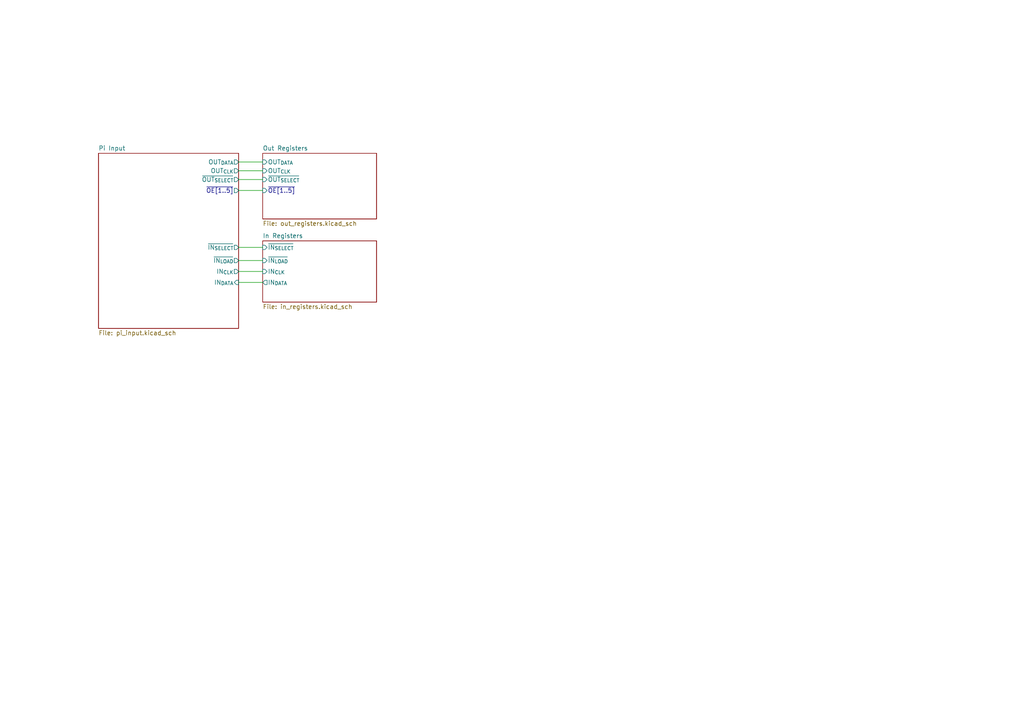
<source format=kicad_sch>
(kicad_sch (version 20211123) (generator eeschema)
  (paper "A4")
  (lib_symbols)
  (wire (pts (xy 69.215 52.07) (xy 76.2 52.07)))
  (wire (pts (xy 69.215 46.99) (xy 76.2 46.99)))
  (wire (pts (xy 69.215 71.755) (xy 76.2 71.755)))
  (wire (pts (xy 69.215 81.915) (xy 76.2 81.915)))
  (wire (pts (xy 69.215 55.245) (xy 76.2 55.245)))
  (wire (pts (xy 69.215 75.565) (xy 76.2 75.565)))
  (wire (pts (xy 69.215 78.74) (xy 76.2 78.74)))
  (wire (pts (xy 69.215 49.53) (xy 76.2 49.53)))
  (sheet (at 28.575 44.45) (size 40.64 50.8) (stroke (width 0.1524))
    (property "Sheet name" "Pi Input" (at 28.575 43.7384 0) (effects (justify left bottom)))
    (property "Sheet file" "pi_input.kicad_sch" (at 28.575 95.8346 0) (effects (justify left top)))
    (pin "OUT_{DATA}" output (at 69.215 46.99 0))
    (pin "OUT_{CLK}" output (at 69.215 49.53 0))
    (pin "~{OUT_{SELECT}}" output (at 69.215 52.07 0))
    (pin "~{IN_{SELECT}}" output (at 69.215 71.755 0))
    (pin "~{IN_{LOAD}}" output (at 69.215 75.565 0))
    (pin "IN_{CLK}" output (at 69.215 78.74 0))
    (pin "IN_{DATA}" input (at 69.215 81.915 0))
    (pin "~{OE[1..5]}" output (at 69.215 55.245 0))
  )
  (sheet (at 76.2 44.45) (size 33.02 19.05) (stroke (width 0.1524))
    (property "Sheet name" "Out Registers" (at 76.2 43.7384 0) (effects (justify left bottom)))
    (property "Sheet file" "out_registers.kicad_sch" (at 76.2 64.0846 0) (effects (justify left top)))
    (pin "~{OUT_{SELECT}}" input (at 76.2 52.07 180))
    (pin "OUT_{DATA}" input (at 76.2 46.99 180))
    (pin "OUT_{CLK}" input (at 76.2 49.53 180))
    (pin "~{OE[1..5]}" input (at 76.2 55.245 180))
  )
  (sheet (at 76.2 69.85) (size 33.02 17.78) (stroke (width 0.1524))
    (property "Sheet name" "In Registers" (at 76.2 69.1384 0) (effects (justify left bottom)))
    (property "Sheet file" "in_registers.kicad_sch" (at 76.2 88.2146 0) (effects (justify left top)))
    (pin "IN_{CLK}" input (at 76.2 78.74 180))
    (pin "~{IN_{SELECT}}" input (at 76.2 71.755 180))
    (pin "~{IN_{LOAD}}" input (at 76.2 75.565 180))
    (pin "IN_{DATA}" output (at 76.2 81.915 180))
  )
)
</source>
